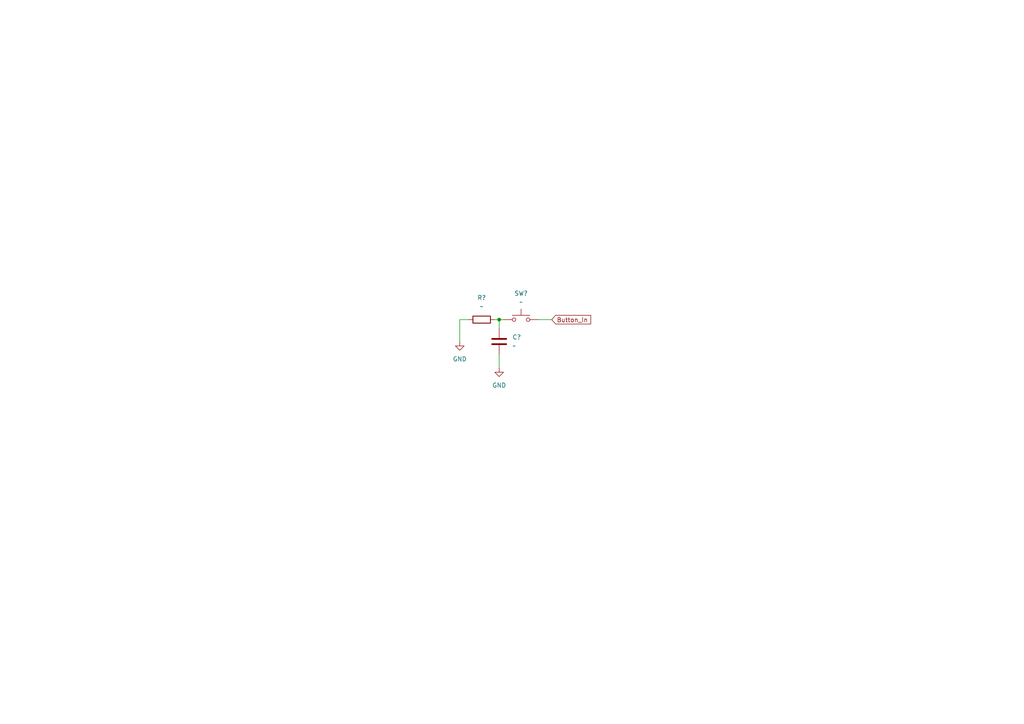
<source format=kicad_sch>
(kicad_sch (version 20211123) (generator eeschema)

  (uuid 67aaf059-12c3-4a2e-bb47-cb1462581520)

  (paper "A4")

  (lib_symbols
    (symbol "Device:C" (pin_numbers hide) (pin_names (offset 0.254)) (in_bom yes) (on_board yes)
      (property "Reference" "C" (id 0) (at 0.635 2.54 0)
        (effects (font (size 1.27 1.27)) (justify left))
      )
      (property "Value" "C" (id 1) (at 0.635 -2.54 0)
        (effects (font (size 1.27 1.27)) (justify left))
      )
      (property "Footprint" "" (id 2) (at 0.9652 -3.81 0)
        (effects (font (size 1.27 1.27)) hide)
      )
      (property "Datasheet" "~" (id 3) (at 0 0 0)
        (effects (font (size 1.27 1.27)) hide)
      )
      (property "ki_keywords" "cap capacitor" (id 4) (at 0 0 0)
        (effects (font (size 1.27 1.27)) hide)
      )
      (property "ki_description" "Unpolarized capacitor" (id 5) (at 0 0 0)
        (effects (font (size 1.27 1.27)) hide)
      )
      (property "ki_fp_filters" "C_*" (id 6) (at 0 0 0)
        (effects (font (size 1.27 1.27)) hide)
      )
      (symbol "C_0_1"
        (polyline
          (pts
            (xy -2.032 -0.762)
            (xy 2.032 -0.762)
          )
          (stroke (width 0.508) (type default) (color 0 0 0 0))
          (fill (type none))
        )
        (polyline
          (pts
            (xy -2.032 0.762)
            (xy 2.032 0.762)
          )
          (stroke (width 0.508) (type default) (color 0 0 0 0))
          (fill (type none))
        )
      )
      (symbol "C_1_1"
        (pin passive line (at 0 3.81 270) (length 2.794)
          (name "~" (effects (font (size 1.27 1.27))))
          (number "1" (effects (font (size 1.27 1.27))))
        )
        (pin passive line (at 0 -3.81 90) (length 2.794)
          (name "~" (effects (font (size 1.27 1.27))))
          (number "2" (effects (font (size 1.27 1.27))))
        )
      )
    )
    (symbol "Device:R" (pin_numbers hide) (pin_names (offset 0)) (in_bom yes) (on_board yes)
      (property "Reference" "R" (id 0) (at 2.032 0 90)
        (effects (font (size 1.27 1.27)))
      )
      (property "Value" "R" (id 1) (at 0 0 90)
        (effects (font (size 1.27 1.27)))
      )
      (property "Footprint" "" (id 2) (at -1.778 0 90)
        (effects (font (size 1.27 1.27)) hide)
      )
      (property "Datasheet" "~" (id 3) (at 0 0 0)
        (effects (font (size 1.27 1.27)) hide)
      )
      (property "ki_keywords" "R res resistor" (id 4) (at 0 0 0)
        (effects (font (size 1.27 1.27)) hide)
      )
      (property "ki_description" "Resistor" (id 5) (at 0 0 0)
        (effects (font (size 1.27 1.27)) hide)
      )
      (property "ki_fp_filters" "R_*" (id 6) (at 0 0 0)
        (effects (font (size 1.27 1.27)) hide)
      )
      (symbol "R_0_1"
        (rectangle (start -1.016 -2.54) (end 1.016 2.54)
          (stroke (width 0.254) (type default) (color 0 0 0 0))
          (fill (type none))
        )
      )
      (symbol "R_1_1"
        (pin passive line (at 0 3.81 270) (length 1.27)
          (name "~" (effects (font (size 1.27 1.27))))
          (number "1" (effects (font (size 1.27 1.27))))
        )
        (pin passive line (at 0 -3.81 90) (length 1.27)
          (name "~" (effects (font (size 1.27 1.27))))
          (number "2" (effects (font (size 1.27 1.27))))
        )
      )
    )
    (symbol "Switch:SW_Push" (pin_numbers hide) (pin_names (offset 1.016) hide) (in_bom yes) (on_board yes)
      (property "Reference" "SW" (id 0) (at 1.27 2.54 0)
        (effects (font (size 1.27 1.27)) (justify left))
      )
      (property "Value" "SW_Push" (id 1) (at 0 -1.524 0)
        (effects (font (size 1.27 1.27)))
      )
      (property "Footprint" "" (id 2) (at 0 5.08 0)
        (effects (font (size 1.27 1.27)) hide)
      )
      (property "Datasheet" "~" (id 3) (at 0 5.08 0)
        (effects (font (size 1.27 1.27)) hide)
      )
      (property "ki_keywords" "switch normally-open pushbutton push-button" (id 4) (at 0 0 0)
        (effects (font (size 1.27 1.27)) hide)
      )
      (property "ki_description" "Push button switch, generic, two pins" (id 5) (at 0 0 0)
        (effects (font (size 1.27 1.27)) hide)
      )
      (symbol "SW_Push_0_1"
        (circle (center -2.032 0) (radius 0.508)
          (stroke (width 0) (type default) (color 0 0 0 0))
          (fill (type none))
        )
        (polyline
          (pts
            (xy 0 1.27)
            (xy 0 3.048)
          )
          (stroke (width 0) (type default) (color 0 0 0 0))
          (fill (type none))
        )
        (polyline
          (pts
            (xy 2.54 1.27)
            (xy -2.54 1.27)
          )
          (stroke (width 0) (type default) (color 0 0 0 0))
          (fill (type none))
        )
        (circle (center 2.032 0) (radius 0.508)
          (stroke (width 0) (type default) (color 0 0 0 0))
          (fill (type none))
        )
        (pin passive line (at -5.08 0 0) (length 2.54)
          (name "1" (effects (font (size 1.27 1.27))))
          (number "1" (effects (font (size 1.27 1.27))))
        )
        (pin passive line (at 5.08 0 180) (length 2.54)
          (name "2" (effects (font (size 1.27 1.27))))
          (number "2" (effects (font (size 1.27 1.27))))
        )
      )
    )
    (symbol "power:GND" (power) (pin_names (offset 0)) (in_bom yes) (on_board yes)
      (property "Reference" "#PWR" (id 0) (at 0 -6.35 0)
        (effects (font (size 1.27 1.27)) hide)
      )
      (property "Value" "GND" (id 1) (at 0 -3.81 0)
        (effects (font (size 1.27 1.27)))
      )
      (property "Footprint" "" (id 2) (at 0 0 0)
        (effects (font (size 1.27 1.27)) hide)
      )
      (property "Datasheet" "" (id 3) (at 0 0 0)
        (effects (font (size 1.27 1.27)) hide)
      )
      (property "ki_keywords" "power-flag" (id 4) (at 0 0 0)
        (effects (font (size 1.27 1.27)) hide)
      )
      (property "ki_description" "Power symbol creates a global label with name \"GND\" , ground" (id 5) (at 0 0 0)
        (effects (font (size 1.27 1.27)) hide)
      )
      (symbol "GND_0_1"
        (polyline
          (pts
            (xy 0 0)
            (xy 0 -1.27)
            (xy 1.27 -1.27)
            (xy 0 -2.54)
            (xy -1.27 -1.27)
            (xy 0 -1.27)
          )
          (stroke (width 0) (type default) (color 0 0 0 0))
          (fill (type none))
        )
      )
      (symbol "GND_1_1"
        (pin power_in line (at 0 0 270) (length 0) hide
          (name "GND" (effects (font (size 1.27 1.27))))
          (number "1" (effects (font (size 1.27 1.27))))
        )
      )
    )
  )

  (junction (at 144.78 92.71) (diameter 0) (color 0 0 0 0)
    (uuid 1f7124fe-cd1b-4bf1-9b4e-6c8be1f2f443)
  )

  (wire (pts (xy 144.78 92.71) (xy 144.78 95.25))
    (stroke (width 0) (type default) (color 0 0 0 0))
    (uuid 1b417216-270a-4510-9ddf-297ea0b755db)
  )
  (wire (pts (xy 133.35 92.71) (xy 133.35 99.06))
    (stroke (width 0) (type default) (color 0 0 0 0))
    (uuid 2020af10-1ad8-4a99-85d0-449197a9d6c5)
  )
  (wire (pts (xy 144.78 102.87) (xy 144.78 106.68))
    (stroke (width 0) (type default) (color 0 0 0 0))
    (uuid 4210c491-3b78-4bb9-b7b7-0d49c3ebd248)
  )
  (wire (pts (xy 144.78 92.71) (xy 146.05 92.71))
    (stroke (width 0) (type default) (color 0 0 0 0))
    (uuid 45721c12-f779-4d42-bf01-69a68ada420e)
  )
  (wire (pts (xy 143.51 92.71) (xy 144.78 92.71))
    (stroke (width 0) (type default) (color 0 0 0 0))
    (uuid a39a43aa-4af2-4387-ad8f-1d85a369871d)
  )
  (wire (pts (xy 135.89 92.71) (xy 133.35 92.71))
    (stroke (width 0) (type default) (color 0 0 0 0))
    (uuid a7fe704d-c75f-4c82-8819-2191974afd68)
  )
  (wire (pts (xy 156.21 92.71) (xy 160.02 92.71))
    (stroke (width 0) (type default) (color 0 0 0 0))
    (uuid d66d67a6-cad1-4dd1-9fb9-087d519b1829)
  )

  (global_label "Button_In" (shape input) (at 160.02 92.71 0) (fields_autoplaced)
    (effects (font (size 1.27 1.27)) (justify left))
    (uuid 85713b9a-5bb7-458e-9a70-700250e174ad)
    (property "Intersheet References" "${INTERSHEET_REFS}" (id 0) (at 171.3231 92.6306 0)
      (effects (font (size 1.27 1.27)) (justify left) hide)
    )
  )

  (symbol (lib_id "power:GND") (at 144.78 106.68 0) (unit 1)
    (in_bom yes) (on_board yes) (fields_autoplaced)
    (uuid 1e43f0c9-8e63-4c96-8995-94a603366fa0)
    (property "Reference" "#PWR?" (id 0) (at 144.78 113.03 0)
      (effects (font (size 1.27 1.27)) hide)
    )
    (property "Value" "~" (id 1) (at 144.78 111.76 0))
    (property "Footprint" "" (id 2) (at 144.78 106.68 0)
      (effects (font (size 1.27 1.27)) hide)
    )
    (property "Datasheet" "" (id 3) (at 144.78 106.68 0)
      (effects (font (size 1.27 1.27)) hide)
    )
    (pin "1" (uuid b543add6-1473-43ae-8f37-818bf13de5ad))
  )

  (symbol (lib_id "Device:R") (at 139.7 92.71 270) (unit 1)
    (in_bom yes) (on_board yes) (fields_autoplaced)
    (uuid ad36ed50-1d07-41b9-8e51-9db1bea17069)
    (property "Reference" "R?" (id 0) (at 139.7 86.36 90))
    (property "Value" "~" (id 1) (at 139.7 88.9 90))
    (property "Footprint" "" (id 2) (at 139.7 90.932 90)
      (effects (font (size 1.27 1.27)) hide)
    )
    (property "Datasheet" "~" (id 3) (at 139.7 92.71 0)
      (effects (font (size 1.27 1.27)) hide)
    )
    (pin "1" (uuid 748233f0-4e79-403e-8a60-ead7a7901e19))
    (pin "2" (uuid 6716d106-6d9a-4030-a137-99cf7f4313d4))
  )

  (symbol (lib_id "Device:C") (at 144.78 99.06 0) (unit 1)
    (in_bom yes) (on_board yes) (fields_autoplaced)
    (uuid b28c3086-07b2-469c-b14c-3e52849d612f)
    (property "Reference" "C?" (id 0) (at 148.59 97.7899 0)
      (effects (font (size 1.27 1.27)) (justify left))
    )
    (property "Value" "~" (id 1) (at 148.59 100.3299 0)
      (effects (font (size 1.27 1.27)) (justify left))
    )
    (property "Footprint" "" (id 2) (at 145.7452 102.87 0)
      (effects (font (size 1.27 1.27)) hide)
    )
    (property "Datasheet" "~" (id 3) (at 144.78 99.06 0)
      (effects (font (size 1.27 1.27)) hide)
    )
    (pin "1" (uuid fb69484e-c071-4e4a-8241-56df31ff9275))
    (pin "2" (uuid fc3bd74c-7064-4106-83b2-1daffd3b1588))
  )

  (symbol (lib_id "power:GND") (at 133.35 99.06 0) (unit 1)
    (in_bom yes) (on_board yes) (fields_autoplaced)
    (uuid e82ddffd-7991-44dd-a277-672d88d4f59b)
    (property "Reference" "#PWR?" (id 0) (at 133.35 105.41 0)
      (effects (font (size 1.27 1.27)) hide)
    )
    (property "Value" "~" (id 1) (at 133.35 104.14 0))
    (property "Footprint" "" (id 2) (at 133.35 99.06 0)
      (effects (font (size 1.27 1.27)) hide)
    )
    (property "Datasheet" "" (id 3) (at 133.35 99.06 0)
      (effects (font (size 1.27 1.27)) hide)
    )
    (pin "1" (uuid feb3cb03-d6ec-4d40-ac8d-3e4ec82ca86d))
  )

  (symbol (lib_id "Switch:SW_Push") (at 151.13 92.71 0) (unit 1)
    (in_bom yes) (on_board yes) (fields_autoplaced)
    (uuid f6c671e4-9cf8-4191-a531-7106efcaeba4)
    (property "Reference" "SW?" (id 0) (at 151.13 85.09 0))
    (property "Value" "~" (id 1) (at 151.13 87.63 0))
    (property "Footprint" "" (id 2) (at 151.13 87.63 0)
      (effects (font (size 1.27 1.27)) hide)
    )
    (property "Datasheet" "~" (id 3) (at 151.13 87.63 0)
      (effects (font (size 1.27 1.27)) hide)
    )
    (pin "1" (uuid 68ba8ac6-f457-4d24-84d1-7aaa7eb6334d))
    (pin "2" (uuid 38eba9f2-3591-423b-9687-8fb19bd22097))
  )

  (sheet_instances
    (path "/" (page "1"))
  )

  (symbol_instances
    (path "/ca310836-c838-4866-afeb-0f28b61f52b7"
      (reference "#PWR0101") (unit 1) (value "GND") (footprint "")
    )
    (path "/6254e49c-0ce2-4322-8cde-988358416975"
      (reference "#PWR0102") (unit 1) (value "GND") (footprint "")
    )
    (path "/3627efd8-04b9-4552-874c-0df3128b1e1a"
      (reference "C?") (unit 1) (value "C") (footprint "")
    )
    (path "/2bb26731-08b7-4592-9505-10c14750555c"
      (reference "R?") (unit 1) (value "R") (footprint "")
    )
    (path "/b1015715-2427-4851-b816-fa438cf8e15d"
      (reference "SW?") (unit 1) (value "SW_Push") (footprint "")
    )
  )
)

</source>
